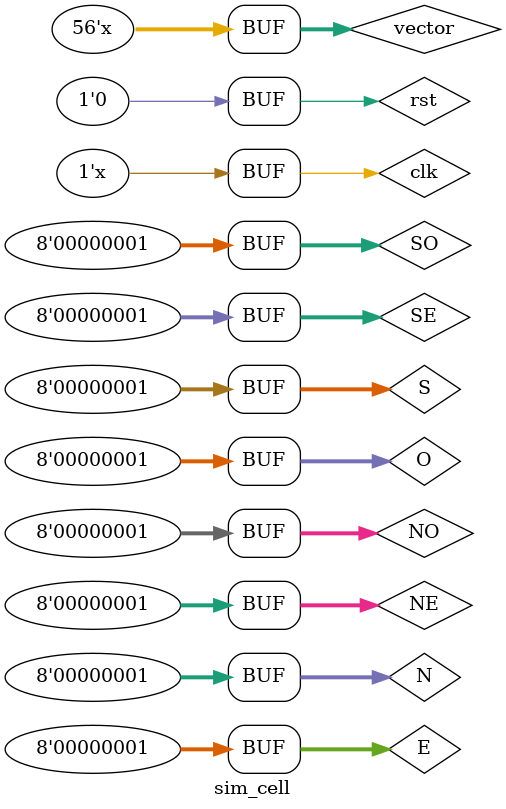
<source format=sv>
`timescale 1ns / 1ps


module sim_cell( );


   logic  [7:0] NO, N, NE; //top neighbors
    logic  [7:0] O,E;      // side neightbor
    logic  [7:0]  SO, S, SE; // bottom neighbor
        
    logic clk, rst;
    
    logic [7:0] self;
    
    logic [55:0] vector;
    
    //assign {NO,N,NE,O,E,SO,S,SE} = vector;

        
    Celda    #(.ic('d5))inst_cell ( .next_state(self),
                      .NO(NO),
                      .N(N),
                      .NE(NE),
                      .SO(SO),
                      .S(S),
                      .SE(SE),
                      
                      .SELF(self),
                     
                      .E(E),
                      .O(O),
                      
                      .clk(clk),
                      .reset(rst)
    ); 
    
    
    always begin
        #1 
        clk = ~clk;
        vector = vector +1;
        
    end    
    initial begin
    clk = 1;
    vector = 0;
    rst = 1;
    
    #10
    
    rst = 0;
    
    
    NO = 'd1;
    N ='d1;
    NE = 'd1;
     
    O = 'd1;
    E = 'd1;
    
    SO = 'd1;
    S = 'd1;
    SE = 'd1;
    
    
    
    
    //vector = vector +1;
    

    
    
    end
    
endmodule

</source>
